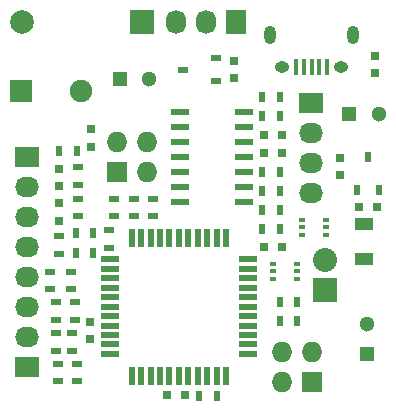
<source format=gbr>
G04 #@! TF.FileFunction,Soldermask,Top*
%FSLAX46Y46*%
G04 Gerber Fmt 4.6, Leading zero omitted, Abs format (unit mm)*
G04 Created by KiCad (PCBNEW (2015-08-05 BZR 6055, Git fa29c62)-product) date 02/02/2016 11:58:15 AM*
%MOMM*%
G01*
G04 APERTURE LIST*
%ADD10C,0.100000*%
%ADD11R,0.800000X0.750000*%
%ADD12R,0.750000X0.800000*%
%ADD13R,1.300000X1.300000*%
%ADD14C,1.300000*%
%ADD15C,1.998980*%
%ADD16R,1.998980X1.998980*%
%ADD17R,1.600000X1.000000*%
%ADD18R,1.600000X0.560000*%
%ADD19R,0.560000X1.600000*%
%ADD20R,1.905000X1.905000*%
%ADD21C,1.905000*%
%ADD22R,2.032000X1.727200*%
%ADD23O,2.032000X1.727200*%
%ADD24R,0.400000X1.350000*%
%ADD25O,1.250000X0.950000*%
%ADD26O,1.000000X1.550000*%
%ADD27R,1.727200X1.727200*%
%ADD28O,1.727200X1.727200*%
%ADD29R,1.727200X2.032000*%
%ADD30O,1.727200X2.032000*%
%ADD31R,2.032000X2.032000*%
%ADD32O,2.032000X2.032000*%
%ADD33R,0.900000X0.600000*%
%ADD34R,0.500000X0.900000*%
%ADD35R,0.900000X0.500000*%
%ADD36R,0.600000X0.900000*%
%ADD37R,1.500000X0.600000*%
%ADD38R,0.508000X0.304800*%
G04 APERTURE END LIST*
D10*
D11*
X86054500Y-130492500D03*
X87554500Y-130492500D03*
X86054500Y-128968500D03*
X87554500Y-128968500D03*
D12*
X92519500Y-130885500D03*
X92519500Y-132385500D03*
D11*
X95619000Y-135064500D03*
X94119000Y-135064500D03*
X87554500Y-138430000D03*
X86054500Y-138430000D03*
D13*
X94805500Y-147510500D03*
D14*
X94805500Y-145010500D03*
D11*
X79363000Y-151003000D03*
X77863000Y-151003000D03*
D13*
X93281500Y-127190500D03*
D14*
X95781500Y-127190500D03*
D12*
X83502500Y-124194000D03*
X83502500Y-122694000D03*
X71374000Y-146292000D03*
X71374000Y-144792000D03*
X95504000Y-122249500D03*
X95504000Y-123749500D03*
X68707000Y-133338000D03*
X68707000Y-131838000D03*
X68707000Y-136259000D03*
X68707000Y-134759000D03*
D14*
X76350500Y-124269500D03*
D13*
X73850500Y-124269500D03*
D12*
X71437500Y-129972500D03*
X71437500Y-128472500D03*
D15*
X65595500Y-119446040D03*
D16*
X75755500Y-119446040D03*
D17*
X94551500Y-139485500D03*
X94551500Y-136485500D03*
D18*
X84717000Y-147510000D03*
X84717000Y-146710000D03*
X84717000Y-145910000D03*
X84717000Y-145110000D03*
X84717000Y-144310000D03*
X84717000Y-143510000D03*
X84717000Y-142710000D03*
X84717000Y-141910000D03*
X84717000Y-141110000D03*
X84717000Y-140310000D03*
X84717000Y-139510000D03*
D19*
X82867000Y-137660000D03*
X82067000Y-137660000D03*
X81267000Y-137660000D03*
X80467000Y-137660000D03*
X79667000Y-137660000D03*
X78867000Y-137660000D03*
X78067000Y-137660000D03*
X77267000Y-137660000D03*
X76467000Y-137660000D03*
X75667000Y-137660000D03*
X74867000Y-137660000D03*
D18*
X73017000Y-139510000D03*
X73017000Y-140310000D03*
X73017000Y-141110000D03*
X73017000Y-141910000D03*
X73017000Y-142710000D03*
X73017000Y-143510000D03*
X73017000Y-144310000D03*
X73017000Y-145110000D03*
X73017000Y-145910000D03*
X73017000Y-146710000D03*
X73017000Y-147510000D03*
D19*
X74867000Y-149360000D03*
X75667000Y-149360000D03*
X76467000Y-149360000D03*
X77267000Y-149360000D03*
X78067000Y-149360000D03*
X78867000Y-149360000D03*
X79667000Y-149360000D03*
X80467000Y-149360000D03*
X81267000Y-149360000D03*
X82067000Y-149360000D03*
X82867000Y-149360000D03*
D20*
X65468500Y-125222000D03*
D21*
X70548500Y-125222000D03*
D22*
X90043000Y-126301500D03*
D23*
X90043000Y-128841500D03*
X90043000Y-131381500D03*
X90043000Y-133921500D03*
D24*
X91407400Y-123228540D03*
X90757400Y-123228540D03*
X90107400Y-123228540D03*
X89457400Y-123228540D03*
X88807400Y-123228540D03*
D25*
X92607400Y-123228540D03*
X87607400Y-123228540D03*
D26*
X93607400Y-120528540D03*
X86607400Y-120528540D03*
D22*
X66040000Y-148590000D03*
D23*
X66040000Y-146050000D03*
X66040000Y-143510000D03*
X66040000Y-140970000D03*
D27*
X90106500Y-149860000D03*
D28*
X87566500Y-149860000D03*
X90106500Y-147320000D03*
X87566500Y-147320000D03*
D29*
X83693000Y-119380000D03*
D30*
X81153000Y-119380000D03*
X78613000Y-119380000D03*
D22*
X66040000Y-130810000D03*
D23*
X66040000Y-133350000D03*
X66040000Y-135890000D03*
X66040000Y-138430000D03*
D27*
X73660000Y-132080000D03*
D28*
X73660000Y-129540000D03*
X76200000Y-132080000D03*
X76200000Y-129540000D03*
D31*
X91249500Y-142113000D03*
D32*
X91249500Y-139573000D03*
D33*
X79245000Y-123444000D03*
X82045000Y-122494000D03*
X82045000Y-124394000D03*
D34*
X85927500Y-132080000D03*
X87427500Y-132080000D03*
X85927500Y-127381000D03*
X87427500Y-127381000D03*
X85927500Y-133731000D03*
X87427500Y-133731000D03*
X87427500Y-125793500D03*
X85927500Y-125793500D03*
X85927500Y-135318500D03*
X87427500Y-135318500D03*
X85927500Y-136906000D03*
X87427500Y-136906000D03*
D35*
X67970400Y-142036800D03*
X67970400Y-140536800D03*
X68453000Y-144641000D03*
X68453000Y-143141000D03*
X68453000Y-147244500D03*
X68453000Y-145744500D03*
X68643500Y-149848000D03*
X68643500Y-148348000D03*
X69748400Y-140536800D03*
X69748400Y-142036800D03*
X70040500Y-143141000D03*
X70040500Y-144641000D03*
X69786500Y-145744500D03*
X69786500Y-147244500D03*
X70231000Y-148348000D03*
X70231000Y-149848000D03*
X68707000Y-137553000D03*
X68707000Y-139053000D03*
D34*
X71616000Y-138938000D03*
X70116000Y-138938000D03*
D35*
X75057000Y-135878000D03*
X75057000Y-134378000D03*
X76708000Y-135878000D03*
X76708000Y-134378000D03*
X73406000Y-134378000D03*
X73406000Y-135878000D03*
X72961500Y-138545000D03*
X72961500Y-137045000D03*
D34*
X82093500Y-151066500D03*
X80593500Y-151066500D03*
D35*
X70358000Y-131711000D03*
X70358000Y-133211000D03*
D34*
X70116000Y-137287000D03*
X71616000Y-137287000D03*
X68719000Y-130302000D03*
X70219000Y-130302000D03*
D35*
X70358000Y-134378000D03*
X70358000Y-135878000D03*
D34*
X88888000Y-143129000D03*
X87388000Y-143129000D03*
X87388000Y-144716500D03*
X88888000Y-144716500D03*
D36*
X94869000Y-130870500D03*
X95819000Y-133670500D03*
X93919000Y-133670500D03*
D37*
X84361000Y-134620000D03*
X84361000Y-133350000D03*
X84361000Y-132080000D03*
X84361000Y-130810000D03*
X84361000Y-129540000D03*
X84361000Y-128270000D03*
X84361000Y-127000000D03*
X78961000Y-127000000D03*
X78961000Y-128270000D03*
X78961000Y-129540000D03*
X78961000Y-130810000D03*
X78961000Y-132080000D03*
X78961000Y-133350000D03*
X78961000Y-134620000D03*
D38*
X88900000Y-141147800D03*
X88900000Y-139877800D03*
X86868000Y-141147800D03*
X88900000Y-140512800D03*
X86868000Y-139877800D03*
X86868000Y-140512800D03*
X91313000Y-137414000D03*
X91313000Y-136144000D03*
X89281000Y-137414000D03*
X91313000Y-136779000D03*
X89281000Y-136144000D03*
X89281000Y-136779000D03*
M02*

</source>
